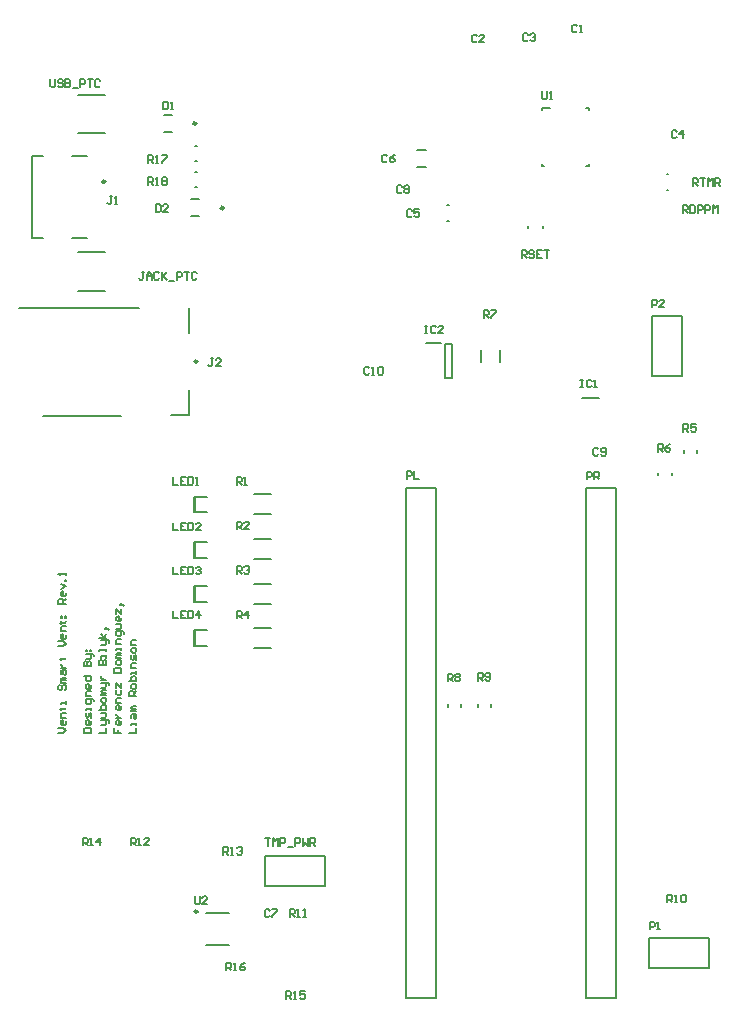
<source format=gto>
G04*
G04 #@! TF.GenerationSoftware,Altium Limited,Altium Designer,19.1.8 (144)*
G04*
G04 Layer_Color=65535*
%FSTAX44Y44*%
%MOMM*%
G71*
G01*
G75*
%ADD10C,0.2500*%
%ADD11C,0.2000*%
%ADD12C,0.1270*%
%ADD13R,0.2040X1.3000*%
D10*
X00132896Y00594868D02*
G03*
X00132896Y00594868I-0000125J0D01*
G01*
X0005493Y00747106D02*
G03*
X0005493Y00747106I-0000125J0D01*
G01*
X00131904Y00796544D02*
G03*
X00131904Y00796544I-0000125J0D01*
G01*
X00155064Y00724916D02*
G03*
X00155064Y00724916I-0000125J0D01*
G01*
X00133076Y00129032D02*
G03*
X00133076Y00129032I-0000125J0D01*
G01*
D11*
X00031454Y00787964D02*
X00054454D01*
X00031454Y00820364D02*
X00054454D01*
X00190246Y0015113D02*
Y0017653D01*
X00241046D01*
Y0015113D02*
Y0017653D01*
X00190246Y0015113D02*
X00241046D01*
X0012962Y00480368D02*
X0014062D01*
X0012962Y00467368D02*
X0014062D01*
X0012962D02*
Y00480368D01*
X00556168Y00517668D02*
Y00519668D01*
X00544668Y00517668D02*
Y00519668D01*
X00373Y0059444D02*
Y0060444D01*
X00389Y0059444D02*
Y0060444D01*
X0042535Y007075D02*
Y007095D01*
X0041285Y007075D02*
Y007095D01*
X00031426Y00654868D02*
X00054426D01*
X00031426Y00687268D02*
X00054426D01*
X00125646Y00549868D02*
Y00570868D01*
X00110146Y00549868D02*
X00125646D01*
X00002286Y00549148D02*
X00068326D01*
X00125646Y00618868D02*
Y00639868D01*
X-00018354D02*
X00083482D01*
X-0000707Y00769106D02*
X0000218D01*
X0002668D02*
X0003923D01*
X-0000707Y00699106D02*
Y00769106D01*
Y00699106D02*
X0000218D01*
X0002668D02*
X0003923D01*
X0032674Y0061057D02*
X0033874D01*
X0034224Y0058057D02*
Y0060957D01*
Y0058057D02*
X0034824D01*
Y0060957D01*
X0034224D02*
X0034824D01*
X00104404Y00803794D02*
X00111404D01*
X00104404Y00789294D02*
X00111404D01*
X00127564Y00732166D02*
X00134564D01*
X00127564Y00717666D02*
X00134564D01*
X00130572Y00755042D02*
X00132572D01*
X00130572Y00742542D02*
X00132572D01*
X0042466Y0080961D02*
X0043151D01*
X0042466Y0080776D02*
Y0080961D01*
X0046416Y0080776D02*
Y0080961D01*
X0046231D02*
X0046416D01*
X0046231Y00760112D02*
X0046416D01*
Y00761962D01*
X00424658Y00760112D02*
X00426508D01*
X00424658D02*
Y00761962D01*
X0031858Y00759326D02*
X0032658D01*
X0031858Y00774326D02*
X0032658D01*
X00530269Y00740261D02*
X00531269D01*
X00530269Y00753261D02*
X00531269D01*
X00344595Y00713849D02*
X00345595D01*
X00344595Y00727349D02*
X00345595D01*
X00517398Y00633476D02*
X00542798D01*
Y00582676D02*
Y00633476D01*
X00517398Y00582676D02*
X00542798D01*
X00517398D02*
Y00633476D01*
X0046228Y0048768D02*
X0048768D01*
Y0005588D02*
Y0048768D01*
X0046228Y0005588D02*
X0048768D01*
X0046228D02*
Y0007493D01*
Y0048768D01*
X0035627Y0030264D02*
Y0030464D01*
X0034477Y0030264D02*
Y0030464D01*
X0038167Y0030264D02*
Y0030464D01*
X0037017Y0030264D02*
Y0030464D01*
X0018071Y00482368D02*
X0019521D01*
X0018071Y00465368D02*
X0019521D01*
X0018071Y0036918D02*
X0019521D01*
X0018071Y0035218D02*
X0019521D01*
X0018071Y00406909D02*
X0019521D01*
X0018071Y00389909D02*
X0019521D01*
X0018071Y00444639D02*
X0019521D01*
X0018071Y00427639D02*
X0019521D01*
X0051562Y0010668D02*
X0056642D01*
X0051562Y0008128D02*
Y0010668D01*
Y0008128D02*
X0056642D01*
Y0010668D01*
X0012962Y0035418D02*
Y0036718D01*
Y0035418D02*
X0014062D01*
X0012962Y0036718D02*
X0014062D01*
X0012962Y00391433D02*
Y00404433D01*
Y00391433D02*
X0014062D01*
X0012962Y00404433D02*
X0014062D01*
X0012962Y00428687D02*
Y00441687D01*
Y00428687D02*
X0014062D01*
X0012962Y00441687D02*
X0014062D01*
X00130694Y00764894D02*
X00132694D01*
X00130694Y00777394D02*
X00132694D01*
X0013986Y0012822D02*
X0015986D01*
X0013986Y0010122D02*
X0015986D01*
X00534578Y00498872D02*
Y00500872D01*
X00523078Y00498872D02*
Y00500872D01*
X0030988Y00075438D02*
Y00488188D01*
Y00056388D02*
Y00075438D01*
Y00056388D02*
X0033528D01*
Y00488188D01*
X0030988D02*
X0033528D01*
X0045868Y0056364D02*
X0047268D01*
D12*
X00015257Y0028067D02*
X00019488D01*
X00021604Y00282786D01*
X00019488Y00284902D01*
X00015257D01*
X00021604Y00290192D02*
Y00288076D01*
X00020546Y00287018D01*
X0001843D01*
X00017372Y00288076D01*
Y00290192D01*
X0001843Y0029125D01*
X00019488D01*
Y00287018D01*
X00021604Y00293366D02*
X00017372D01*
Y0029654D01*
X0001843Y00297598D01*
X00021604D01*
X00016314Y00300772D02*
X00017372D01*
Y00299714D01*
Y0030183D01*
Y00300772D01*
X00020546D01*
X00021604Y0030183D01*
Y00305004D02*
Y0030712D01*
Y00306062D01*
X00017372D01*
Y00305004D01*
X00016314Y00320874D02*
X00015257Y00319816D01*
Y003177D01*
X00016314Y00316642D01*
X00017372D01*
X0001843Y003177D01*
Y00319816D01*
X00019488Y00320874D01*
X00020546D01*
X00021604Y00319816D01*
Y003177D01*
X00020546Y00316642D01*
X00021604Y0032299D02*
X00017372D01*
Y00324048D01*
X0001843Y00325106D01*
X00021604D01*
X0001843D01*
X00017372Y00326164D01*
X0001843Y00327222D01*
X00021604D01*
X00017372Y00330396D02*
Y00332512D01*
X0001843Y00333569D01*
X00021604D01*
Y00330396D01*
X00020546Y00329338D01*
X00019488Y00330396D01*
Y00333569D01*
X00017372Y00335686D02*
X00021604D01*
X00019488D01*
X0001843Y00336744D01*
X00017372Y00337802D01*
Y00338859D01*
X00016314Y00343091D02*
X00017372D01*
Y00342034D01*
Y00344149D01*
Y00343091D01*
X00020546D01*
X00021604Y00344149D01*
X00015257Y00353671D02*
X00019488D01*
X00021604Y00355787D01*
X00019488Y00357903D01*
X00015257D01*
X00021604Y00363193D02*
Y00361077D01*
X00020546Y00360019D01*
X0001843D01*
X00017372Y00361077D01*
Y00363193D01*
X0001843Y00364251D01*
X00019488D01*
Y00360019D01*
X00021604Y00366367D02*
X00017372D01*
Y00369541D01*
X0001843Y00370599D01*
X00021604D01*
X00016314Y00373773D02*
X00017372D01*
Y00372715D01*
Y00374831D01*
Y00373773D01*
X00020546D01*
X00021604Y00374831D01*
X00017372Y00378005D02*
Y00379063D01*
X0001843D01*
Y00378005D01*
X00017372D01*
X00020546D02*
Y00379063D01*
X00021604D01*
Y00378005D01*
X00020546D01*
X00021604Y00389643D02*
X00015257D01*
Y00392817D01*
X00016314Y00393875D01*
X0001843D01*
X00019488Y00392817D01*
Y00389643D01*
Y00391759D02*
X00021604Y00393875D01*
Y00399165D02*
Y00397049D01*
X00020546Y00395991D01*
X0001843D01*
X00017372Y00397049D01*
Y00399165D01*
X0001843Y00400223D01*
X00019488D01*
Y00395991D01*
X00017372Y00402339D02*
X00021604Y00404455D01*
X00017372Y00406571D01*
X00021604Y00408687D02*
X00020546D01*
Y00409745D01*
X00021604D01*
Y00408687D01*
Y00413977D02*
Y00416093D01*
Y00415035D01*
X00015257D01*
X00016314Y00413977D01*
X00036588Y0028067D02*
X00042936D01*
Y00283844D01*
X00041877Y00284902D01*
X00037645D01*
X00036588Y00283844D01*
Y0028067D01*
X00042936Y00290192D02*
Y00288076D01*
X00041877Y00287018D01*
X00039762D01*
X00038703Y00288076D01*
Y00290192D01*
X00039762Y0029125D01*
X0004082D01*
Y00287018D01*
X00042936Y00293366D02*
Y0029654D01*
X00041877Y00297598D01*
X0004082Y0029654D01*
Y00294424D01*
X00039762Y00293366D01*
X00038703Y00294424D01*
Y00297598D01*
X00042936Y00299714D02*
Y0030183D01*
Y00300772D01*
X00038703D01*
Y00299714D01*
X00045051Y0030712D02*
Y00308178D01*
X00043994Y00309236D01*
X00038703D01*
Y00306062D01*
X00039762Y00305004D01*
X00041877D01*
X00042936Y00306062D01*
Y00309236D01*
Y00311352D02*
X00038703D01*
Y00314526D01*
X00039762Y00315584D01*
X00042936D01*
Y00320874D02*
Y00318758D01*
X00041877Y003177D01*
X00039762D01*
X00038703Y00318758D01*
Y00320874D01*
X00039762Y00321932D01*
X0004082D01*
Y003177D01*
X00036588Y0032828D02*
X00042936D01*
Y00325106D01*
X00041877Y00324048D01*
X00039762D01*
X00038703Y00325106D01*
Y0032828D01*
X00036588Y00336744D02*
X00042936D01*
Y00339917D01*
X00041877Y00340975D01*
X0004082D01*
X00039762Y00339917D01*
Y00336744D01*
Y00339917D01*
X00038703Y00340975D01*
X00037645D01*
X00036588Y00339917D01*
Y00336744D01*
X00038703Y00343091D02*
X00041877D01*
X00042936Y00344149D01*
Y00347323D01*
X00043994D01*
X00045051Y00346265D01*
Y00345207D01*
X00042936Y00347323D02*
X00038703D01*
Y00349439D02*
Y00350497D01*
X00039762D01*
Y00349439D01*
X00038703D01*
X00041877D02*
Y00350497D01*
X00042936D01*
Y00349439D01*
X00041877D01*
X00049369Y0028067D02*
X00055717D01*
Y00284902D01*
X00051485Y00287018D02*
X00054659D01*
X00055717Y00288076D01*
Y0029125D01*
X00056775D01*
X00057833Y00290192D01*
Y00289134D01*
X00055717Y0029125D02*
X00051485D01*
Y00293366D02*
X00054659D01*
X00055717Y00294424D01*
Y00297598D01*
X00051485D01*
X00049369Y00299714D02*
X00055717D01*
Y00302888D01*
X00054659Y00303946D01*
X00053601D01*
X00052543D01*
X00051485Y00302888D01*
Y00299714D01*
X00055717Y0030712D02*
Y00309236D01*
X00054659Y00310294D01*
X00052543D01*
X00051485Y00309236D01*
Y0030712D01*
X00052543Y00306062D01*
X00054659D01*
X00055717Y0030712D01*
Y0031241D02*
X00051485D01*
Y00313468D01*
X00052543Y00314526D01*
X00055717D01*
X00052543D01*
X00051485Y00315584D01*
X00052543Y00316642D01*
X00055717D01*
X00051485Y00318758D02*
X00054659D01*
X00055717Y00319816D01*
Y0032299D01*
X00056775D01*
X00057833Y00321932D01*
Y00320874D01*
X00055717Y0032299D02*
X00051485D01*
Y00325106D02*
X00055717D01*
X00053601D01*
X00052543Y00326164D01*
X00051485Y00327222D01*
Y0032828D01*
X00049369Y00337802D02*
X00055717D01*
Y00340975D01*
X00054659Y00342034D01*
X00053601D01*
X00052543Y00340975D01*
Y00337802D01*
Y00340975D01*
X00051485Y00342034D01*
X00050427D01*
X00049369Y00340975D01*
Y00337802D01*
X00055717Y00344149D02*
Y00346265D01*
Y00345207D01*
X00051485D01*
Y00344149D01*
X00055717Y00349439D02*
Y00351555D01*
Y00350497D01*
X00049369D01*
Y00349439D01*
X00051485Y00354729D02*
X00054659D01*
X00055717Y00355787D01*
Y00358961D01*
X00056775D01*
X00057833Y00357903D01*
Y00356845D01*
X00055717Y00358961D02*
X00051485D01*
X00055717Y00361077D02*
X00049369D01*
X00053601D02*
X00051485Y00364251D01*
X00053601Y00361077D02*
X00055717Y00364251D01*
X00056775Y00368483D02*
X00055717Y00369541D01*
X00054659D01*
Y00368483D01*
X00055717D01*
Y00369541D01*
X00056775Y00368483D01*
X00057833Y00367425D01*
X00062151Y00284902D02*
Y0028067D01*
X00065325D01*
Y00282786D01*
Y0028067D01*
X00068499D01*
Y00290192D02*
Y00288076D01*
X00067441Y00287018D01*
X00065325D01*
X00064267Y00288076D01*
Y00290192D01*
X00065325Y0029125D01*
X00066382D01*
Y00287018D01*
X00064267Y00293366D02*
X00068499D01*
X00066382D01*
X00065325Y00294424D01*
X00064267Y00295482D01*
Y0029654D01*
X00068499Y00302888D02*
Y00300772D01*
X00067441Y00299714D01*
X00065325D01*
X00064267Y00300772D01*
Y00302888D01*
X00065325Y00303946D01*
X00066382D01*
Y00299714D01*
X00068499Y00306062D02*
X00064267D01*
Y00309236D01*
X00065325Y00310294D01*
X00068499D01*
X00064267Y00316642D02*
Y00313468D01*
X00065325Y0031241D01*
X00067441D01*
X00068499Y00313468D01*
Y00316642D01*
X00064267Y00318758D02*
Y0032299D01*
X00068499Y00318758D01*
Y0032299D01*
X00062151Y00331454D02*
X00068499D01*
Y00334627D01*
X00067441Y00335686D01*
X00063208D01*
X00062151Y00334627D01*
Y00331454D01*
X00068499Y00338859D02*
Y00340975D01*
X00067441Y00342034D01*
X00065325D01*
X00064267Y00340975D01*
Y00338859D01*
X00065325Y00337802D01*
X00067441D01*
X00068499Y00338859D01*
Y00344149D02*
X00064267D01*
Y00345207D01*
X00065325Y00346265D01*
X00068499D01*
X00065325D01*
X00064267Y00347323D01*
X00065325Y00348381D01*
X00068499D01*
Y00350497D02*
Y00352613D01*
Y00351555D01*
X00064267D01*
Y00350497D01*
X00068499Y00355787D02*
X00064267D01*
Y00358961D01*
X00065325Y00360019D01*
X00068499D01*
X00070615Y00364251D02*
Y00365309D01*
X00069556Y00366367D01*
X00064267D01*
Y00363193D01*
X00065325Y00362135D01*
X00067441D01*
X00068499Y00363193D01*
Y00366367D01*
X00064267Y00368483D02*
X00067441D01*
X00068499Y00369541D01*
Y00372715D01*
X00064267D01*
X00068499Y00378005D02*
Y00375889D01*
X00067441Y00374831D01*
X00065325D01*
X00064267Y00375889D01*
Y00378005D01*
X00065325Y00379063D01*
X00066382D01*
Y00374831D01*
X00064267Y00381179D02*
Y00385411D01*
X00068499Y00381179D01*
Y00385411D01*
X00069556Y00388585D02*
X00068499Y00389643D01*
X00067441D01*
Y00388585D01*
X00068499D01*
Y00389643D01*
X00069556Y00388585D01*
X00070615Y00387527D01*
X00074932Y0028067D02*
X0008128D01*
Y00284902D01*
Y00287018D02*
Y00289134D01*
Y00288076D01*
X00077048D01*
Y00287018D01*
Y00293366D02*
Y00295482D01*
X00078106Y0029654D01*
X0008128D01*
Y00293366D01*
X00080222Y00292308D01*
X00079164Y00293366D01*
Y0029654D01*
X0008128Y00298656D02*
X00077048D01*
Y00299714D01*
X00078106Y00300772D01*
X0008128D01*
X00078106D01*
X00077048Y0030183D01*
X00078106Y00302888D01*
X0008128D01*
Y00311352D02*
X00074932D01*
Y00314526D01*
X0007599Y00315584D01*
X00078106D01*
X00079164Y00314526D01*
Y00311352D01*
Y00313468D02*
X0008128Y00315584D01*
Y00318758D02*
Y00320874D01*
X00080222Y00321932D01*
X00078106D01*
X00077048Y00320874D01*
Y00318758D01*
X00078106Y003177D01*
X00080222D01*
X0008128Y00318758D01*
X00074932Y00324048D02*
X0008128D01*
Y00327222D01*
X00080222Y0032828D01*
X00079164D01*
X00078106D01*
X00077048Y00327222D01*
Y00324048D01*
X0008128Y00330396D02*
Y00332511D01*
Y00331454D01*
X00077048D01*
Y00330396D01*
X0008128Y00335686D02*
X00077048D01*
Y00338859D01*
X00078106Y00339917D01*
X0008128D01*
Y00342034D02*
Y00345207D01*
X00080222Y00346265D01*
X00079164Y00345207D01*
Y00343091D01*
X00078106Y00342034D01*
X00077048Y00343091D01*
Y00346265D01*
X0008128Y00349439D02*
Y00351555D01*
X00080222Y00352613D01*
X00078106D01*
X00077048Y00351555D01*
Y00349439D01*
X00078106Y00348381D01*
X00080222D01*
X0008128Y00349439D01*
Y00354729D02*
X00077048D01*
Y00357903D01*
X00078106Y00358961D01*
X0008128D01*
X00278491Y0058911D02*
X00277433Y00590168D01*
X00275317D01*
X00274259Y0058911D01*
Y00584878D01*
X00275317Y0058382D01*
X00277433D01*
X00278491Y00584878D01*
X00280607Y0058382D02*
X00282723D01*
X00281665D01*
Y00590168D01*
X00280607Y0058911D01*
X00285897D02*
X00286955Y00590168D01*
X00289071D01*
X00290129Y0058911D01*
Y00584878D01*
X00289071Y0058382D01*
X00286955D01*
X00285897Y00584878D01*
Y0058911D01*
X00472398Y0052053D02*
X0047134Y00521588D01*
X00469224D01*
X00468166Y0052053D01*
Y00516298D01*
X00469224Y0051524D01*
X0047134D01*
X00472398Y00516298D01*
X00474514D02*
X00475572Y0051524D01*
X00477688D01*
X00478746Y00516298D01*
Y0052053D01*
X00477688Y00521588D01*
X00475572D01*
X00474514Y0052053D01*
Y00519472D01*
X00475572Y00518414D01*
X00478746D01*
X00008304Y00833775D02*
Y00828485D01*
X00009362Y00827427D01*
X00011478D01*
X00012536Y00828485D01*
Y00833775D01*
X00018884Y00832717D02*
X00017826Y00833775D01*
X0001571D01*
X00014652Y00832717D01*
Y00831659D01*
X0001571Y00830601D01*
X00017826D01*
X00018884Y00829543D01*
Y00828485D01*
X00017826Y00827427D01*
X0001571D01*
X00014652Y00828485D01*
X00021Y00833775D02*
Y00827427D01*
X00024174D01*
X00025232Y00828485D01*
Y00829543D01*
X00024174Y00830601D01*
X00021D01*
X00024174D01*
X00025232Y00831659D01*
Y00832717D01*
X00024174Y00833775D01*
X00021D01*
X00027348Y00826369D02*
X0003158D01*
X00033696Y00827427D02*
Y00833775D01*
X0003687D01*
X00037928Y00832717D01*
Y00830601D01*
X0003687Y00829543D01*
X00033696D01*
X00040044Y00833775D02*
X00044276D01*
X0004216D01*
Y00827427D01*
X00050624Y00832717D02*
X00049566Y00833775D01*
X0004745D01*
X00046392Y00832717D01*
Y00828485D01*
X0004745Y00827427D01*
X00049566D01*
X00050624Y00828485D01*
X0013081Y00141984D02*
Y00136694D01*
X00131868Y00135636D01*
X00133984D01*
X00135042Y00136694D01*
Y00141984D01*
X0014139Y00135636D02*
X00137158D01*
X0014139Y00139868D01*
Y00140926D01*
X00140332Y00141984D01*
X00138216D01*
X00137158Y00140926D01*
X00424724Y00823594D02*
Y00818304D01*
X00425782Y00817246D01*
X00427898D01*
X00428956Y00818304D01*
Y00823594D01*
X00431072Y00817246D02*
X00433188D01*
X0043213D01*
Y00823594D01*
X00431072Y00822536D01*
X001905Y0019126D02*
X00194732D01*
X00192616D01*
Y00184912D01*
X00196848D02*
Y0019126D01*
X00198964Y00189144D01*
X0020108Y0019126D01*
Y00184912D01*
X00203196D02*
Y0019126D01*
X0020637D01*
X00207428Y00190202D01*
Y00188086D01*
X0020637Y00187028D01*
X00203196D01*
X00209544Y00183854D02*
X00213776D01*
X00215892Y00184912D02*
Y0019126D01*
X00219066D01*
X00220124Y00190202D01*
Y00188086D01*
X00219066Y00187028D01*
X00215892D01*
X0022224Y0019126D02*
Y00184912D01*
X00224356Y00187028D01*
X00226472Y00184912D01*
Y0019126D01*
X00228588Y00184912D02*
Y0019126D01*
X00231762D01*
X0023282Y00190202D01*
Y00188086D01*
X00231762Y00187028D01*
X00228588D01*
X00230704D02*
X0023282Y00184912D01*
X00552151Y00743587D02*
Y00749935D01*
X00555325D01*
X00556383Y00748877D01*
Y00746761D01*
X00555325Y00745703D01*
X00552151D01*
X00554267D02*
X00556383Y00743587D01*
X00558499Y00749935D02*
X00562731D01*
X00560615D01*
Y00743587D01*
X00564847D02*
Y00749935D01*
X00566963Y00747819D01*
X00569079Y00749935D01*
Y00743587D01*
X00571195D02*
Y00749935D01*
X00574369D01*
X00575427Y00748877D01*
Y00746761D01*
X00574369Y00745703D01*
X00571195D01*
X00573311D02*
X00575427Y00743587D01*
X00407462Y00682626D02*
Y00688974D01*
X00410636D01*
X00411694Y00687916D01*
Y006858D01*
X00410636Y00684742D01*
X00407462D01*
X00409578D02*
X00411694Y00682626D01*
X00418042Y00687916D02*
X00416984Y00688974D01*
X00414868D01*
X0041381Y00687916D01*
Y00686858D01*
X00414868Y006858D01*
X00416984D01*
X00418042Y00684742D01*
Y00683684D01*
X00416984Y00682626D01*
X00414868D01*
X0041381Y00683684D01*
X0042439Y00688974D02*
X00420158D01*
Y00682626D01*
X0042439D01*
X00420158Y006858D02*
X00422274D01*
X00426506Y00688974D02*
X00430738D01*
X00428622D01*
Y00682626D01*
X00543777Y00720727D02*
Y00727075D01*
X00546951D01*
X00548009Y00726017D01*
Y00723901D01*
X00546951Y00722843D01*
X00543777D01*
X00545893D02*
X00548009Y00720727D01*
X00550125Y00727075D02*
Y00720727D01*
X00553299D01*
X00554357Y00721785D01*
Y00726017D01*
X00553299Y00727075D01*
X00550125D01*
X00556473Y00720727D02*
Y00727075D01*
X00559647D01*
X00560705Y00726017D01*
Y00723901D01*
X00559647Y00722843D01*
X00556473D01*
X00562821Y00720727D02*
Y00727075D01*
X00565995D01*
X00567053Y00726017D01*
Y00723901D01*
X00565995Y00722843D01*
X00562821D01*
X00569169Y00720727D02*
Y00727075D01*
X00571285Y00724959D01*
X00573401Y00727075D01*
Y00720727D01*
X00091379Y00744348D02*
Y00750696D01*
X00094553D01*
X00095611Y00749638D01*
Y00747522D01*
X00094553Y00746464D01*
X00091379D01*
X00093495D02*
X00095611Y00744348D01*
X00097727D02*
X00099843D01*
X00098785D01*
Y00750696D01*
X00097727Y00749638D01*
X00103017D02*
X00104075Y00750696D01*
X00106191D01*
X00107249Y00749638D01*
Y0074858D01*
X00106191Y00747522D01*
X00107249Y00746464D01*
Y00745406D01*
X00106191Y00744348D01*
X00104075D01*
X00103017Y00745406D01*
Y00746464D01*
X00104075Y00747522D01*
X00103017Y0074858D01*
Y00749638D01*
X00104075Y00747522D02*
X00106191D01*
X00091379Y00763144D02*
Y00769492D01*
X00094553D01*
X00095611Y00768434D01*
Y00766318D01*
X00094553Y0076526D01*
X00091379D01*
X00093495D02*
X00095611Y00763144D01*
X00097727D02*
X00099843D01*
X00098785D01*
Y00769492D01*
X00097727Y00768434D01*
X00103017Y00769492D02*
X00107249D01*
Y00768434D01*
X00103017Y00764202D01*
Y00763144D01*
X00157165Y00079376D02*
Y00085724D01*
X00160339D01*
X00161397Y00084666D01*
Y0008255D01*
X00160339Y00081492D01*
X00157165D01*
X00159281D02*
X00161397Y00079376D01*
X00163513D02*
X00165629D01*
X00164571D01*
Y00085724D01*
X00163513Y00084666D01*
X00173035Y00085724D02*
X00170919Y00084666D01*
X00168803Y0008255D01*
Y00080434D01*
X00169861Y00079376D01*
X00171977D01*
X00173035Y00080434D01*
Y00081492D01*
X00171977Y0008255D01*
X00168803D01*
X00207965Y00055246D02*
Y00061594D01*
X00211139D01*
X00212197Y00060536D01*
Y0005842D01*
X00211139Y00057362D01*
X00207965D01*
X00210081D02*
X00212197Y00055246D01*
X00214313D02*
X00216429D01*
X00215371D01*
Y00061594D01*
X00214313Y00060536D01*
X00223835Y00061594D02*
X00219603D01*
Y0005842D01*
X00221719Y00059478D01*
X00222777D01*
X00223835Y0005842D01*
Y00056304D01*
X00222777Y00055246D01*
X00220661D01*
X00219603Y00056304D01*
X00035814Y00185166D02*
Y00191514D01*
X00038988D01*
X00040046Y00190456D01*
Y0018834D01*
X00038988Y00187282D01*
X00035814D01*
X0003793D02*
X00040046Y00185166D01*
X00042162D02*
X00044278D01*
X0004322D01*
Y00191514D01*
X00042162Y00190456D01*
X00050626Y00185166D02*
Y00191514D01*
X00047452Y0018834D01*
X00051684D01*
X0015494Y00177292D02*
Y0018364D01*
X00158114D01*
X00159172Y00182582D01*
Y00180466D01*
X00158114Y00179408D01*
X0015494D01*
X00157056D02*
X00159172Y00177292D01*
X00161288D02*
X00163404D01*
X00162346D01*
Y0018364D01*
X00161288Y00182582D01*
X00166578D02*
X00167636Y0018364D01*
X00169752D01*
X0017081Y00182582D01*
Y00181524D01*
X00169752Y00180466D01*
X00168694D01*
X00169752D01*
X0017081Y00179408D01*
Y0017835D01*
X00169752Y00177292D01*
X00167636D01*
X00166578Y0017835D01*
X00076454Y00185166D02*
Y00191514D01*
X00079628D01*
X00080686Y00190456D01*
Y0018834D01*
X00079628Y00187282D01*
X00076454D01*
X0007857D02*
X00080686Y00185166D01*
X00082802D02*
X00084918D01*
X0008386D01*
Y00191514D01*
X00082802Y00190456D01*
X00092324Y00185166D02*
X00088092D01*
X00092324Y00189398D01*
Y00190456D01*
X00091266Y00191514D01*
X0008915D01*
X00088092Y00190456D01*
X00211074Y00124873D02*
Y00131221D01*
X00214248D01*
X00215306Y00130163D01*
Y00128047D01*
X00214248Y00126989D01*
X00211074D01*
X0021319D02*
X00215306Y00124873D01*
X00217422D02*
X00219538D01*
X0021848D01*
Y00131221D01*
X00217422Y00130163D01*
X00222712Y00124873D02*
X00224828D01*
X0022377D01*
Y00131221D01*
X00222712Y00130163D01*
X00530857Y00137033D02*
Y00143381D01*
X00534031D01*
X00535089Y00142323D01*
Y00140207D01*
X00534031Y00139149D01*
X00530857D01*
X00532973D02*
X00535089Y00137033D01*
X00537205D02*
X00539321D01*
X00538263D01*
Y00143381D01*
X00537205Y00142323D01*
X00542495D02*
X00543553Y00143381D01*
X00545669D01*
X00546727Y00142323D01*
Y00138091D01*
X00545669Y00137033D01*
X00543553D01*
X00542495Y00138091D01*
Y00142323D01*
X00370376Y0032474D02*
Y00331088D01*
X0037355D01*
X00374608Y0033003D01*
Y00327914D01*
X0037355Y00326856D01*
X00370376D01*
X00372492D02*
X00374608Y0032474D01*
X00376724Y00325798D02*
X00377782Y0032474D01*
X00379898D01*
X00380956Y00325798D01*
Y0033003D01*
X00379898Y00331088D01*
X00377782D01*
X00376724Y0033003D01*
Y00328972D01*
X00377782Y00327914D01*
X00380956D01*
X00344722Y00324232D02*
Y0033058D01*
X00347896D01*
X00348954Y00329522D01*
Y00327406D01*
X00347896Y00326348D01*
X00344722D01*
X00346838D02*
X00348954Y00324232D01*
X0035107Y00329522D02*
X00352128Y0033058D01*
X00354244D01*
X00355302Y00329522D01*
Y00328464D01*
X00354244Y00327406D01*
X00355302Y00326348D01*
Y0032529D01*
X00354244Y00324232D01*
X00352128D01*
X0035107Y0032529D01*
Y00326348D01*
X00352128Y00327406D01*
X0035107Y00328464D01*
Y00329522D01*
X00352128Y00327406D02*
X00354244D01*
X00375202Y00631826D02*
Y00638174D01*
X00378376D01*
X00379434Y00637116D01*
Y00635D01*
X00378376Y00633942D01*
X00375202D01*
X00377318D02*
X00379434Y00631826D01*
X0038155Y00638174D02*
X00385782D01*
Y00637116D01*
X0038155Y00632884D01*
Y00631826D01*
X00522776Y00518542D02*
Y0052489D01*
X0052595D01*
X00527008Y00523832D01*
Y00521716D01*
X0052595Y00520658D01*
X00522776D01*
X00524892D02*
X00527008Y00518542D01*
X00533356Y0052489D02*
X0053124Y00523832D01*
X00529124Y00521716D01*
Y005196D01*
X00530182Y00518542D01*
X00532298D01*
X00533356Y005196D01*
Y00520658D01*
X00532298Y00521716D01*
X00529124D01*
X00544366Y0053556D02*
Y00541908D01*
X0054754D01*
X00548598Y0054085D01*
Y00538734D01*
X0054754Y00537676D01*
X00544366D01*
X00546482D02*
X00548598Y0053556D01*
X00554946Y00541908D02*
X00550714D01*
Y00538734D01*
X0055283Y00539792D01*
X00553888D01*
X00554946Y00538734D01*
Y00536618D01*
X00553888Y0053556D01*
X00551772D01*
X00550714Y00536618D01*
X00166116Y00377444D02*
Y00383792D01*
X0016929D01*
X00170348Y00382734D01*
Y00380618D01*
X0016929Y0037956D01*
X00166116D01*
X00168232D02*
X00170348Y00377444D01*
X00175638D02*
Y00383792D01*
X00172464Y00380618D01*
X00176696D01*
X00166116Y0041529D02*
Y00421638D01*
X0016929D01*
X00170348Y0042058D01*
Y00418464D01*
X0016929Y00417406D01*
X00166116D01*
X00168232D02*
X00170348Y0041529D01*
X00172464Y0042058D02*
X00173522Y00421638D01*
X00175638D01*
X00176696Y0042058D01*
Y00419522D01*
X00175638Y00418464D01*
X0017458D01*
X00175638D01*
X00176696Y00417406D01*
Y00416348D01*
X00175638Y0041529D01*
X00173522D01*
X00172464Y00416348D01*
X00166116Y00452882D02*
Y0045923D01*
X0016929D01*
X00170348Y00458172D01*
Y00456056D01*
X0016929Y00454998D01*
X00166116D01*
X00168232D02*
X00170348Y00452882D01*
X00176696D02*
X00172464D01*
X00176696Y00457114D01*
Y00458172D01*
X00175638Y0045923D01*
X00173522D01*
X00172464Y00458172D01*
X00166116Y00490728D02*
Y00497076D01*
X0016929D01*
X00170348Y00496018D01*
Y00493902D01*
X0016929Y00492844D01*
X00166116D01*
X00168232D02*
X00170348Y00490728D01*
X00172464D02*
X0017458D01*
X00173522D01*
Y00497076D01*
X00172464Y00496018D01*
X00462534Y00495046D02*
Y00501394D01*
X00465708D01*
X00466766Y00500336D01*
Y0049822D01*
X00465708Y00497162D01*
X00462534D01*
X00468882Y00495046D02*
Y00501394D01*
X00472056D01*
X00473114Y00500336D01*
Y0049822D01*
X00472056Y00497162D01*
X00468882D01*
X00470998D02*
X00473114Y00495046D01*
X00310134Y00495554D02*
Y00501902D01*
X00313308D01*
X00314366Y00500844D01*
Y00498728D01*
X00313308Y0049767D01*
X00310134D01*
X00316482Y00501902D02*
Y00495554D01*
X00320714D01*
X00517652Y00640842D02*
Y0064719D01*
X00520826D01*
X00521884Y00646132D01*
Y00644016D01*
X00520826Y00642958D01*
X00517652D01*
X00528232Y00640842D02*
X00524D01*
X00528232Y00645074D01*
Y00646132D01*
X00527174Y0064719D01*
X00525058D01*
X00524Y00646132D01*
X00515874Y00114046D02*
Y00120394D01*
X00519048D01*
X00520106Y00119336D01*
Y0011722D01*
X00519048Y00116162D01*
X00515874D01*
X00522222Y00114046D02*
X00524338D01*
X0052328D01*
Y00120394D01*
X00522222Y00119336D01*
X00112268Y00383792D02*
Y00377444D01*
X001165D01*
X00122848Y00383792D02*
X00118616D01*
Y00377444D01*
X00122848D01*
X00118616Y00380618D02*
X00120732D01*
X00124964Y00383792D02*
Y00377444D01*
X00128138D01*
X00129196Y00378502D01*
Y00382734D01*
X00128138Y00383792D01*
X00124964D01*
X00134486Y00377444D02*
Y00383792D01*
X00131312Y00380618D01*
X00135544D01*
X00112268Y0042113D02*
Y00414782D01*
X001165D01*
X00122848Y0042113D02*
X00118616D01*
Y00414782D01*
X00122848D01*
X00118616Y00417956D02*
X00120732D01*
X00124964Y0042113D02*
Y00414782D01*
X00128138D01*
X00129196Y0041584D01*
Y00420072D01*
X00128138Y0042113D01*
X00124964D01*
X00131312Y00420072D02*
X0013237Y0042113D01*
X00134486D01*
X00135544Y00420072D01*
Y00419014D01*
X00134486Y00417956D01*
X00133428D01*
X00134486D01*
X00135544Y00416898D01*
Y0041584D01*
X00134486Y00414782D01*
X0013237D01*
X00131312Y0041584D01*
X00112268Y00458468D02*
Y0045212D01*
X001165D01*
X00122848Y00458468D02*
X00118616D01*
Y0045212D01*
X00122848D01*
X00118616Y00455294D02*
X00120732D01*
X00124964Y00458468D02*
Y0045212D01*
X00128138D01*
X00129196Y00453178D01*
Y0045741D01*
X00128138Y00458468D01*
X00124964D01*
X00135544Y0045212D02*
X00131312D01*
X00135544Y00456352D01*
Y0045741D01*
X00134486Y00458468D01*
X0013237D01*
X00131312Y0045741D01*
X00112268Y00497076D02*
Y00490728D01*
X001165D01*
X00122848Y00497076D02*
X00118616D01*
Y00490728D01*
X00122848D01*
X00118616Y00493902D02*
X00120732D01*
X00124964Y00497076D02*
Y00490728D01*
X00128138D01*
X00129196Y00491786D01*
Y00496018D01*
X00128138Y00497076D01*
X00124964D01*
X00131312Y00490728D02*
X00133428D01*
X0013237D01*
Y00497076D01*
X00131312Y00496018D01*
X00087848Y00670453D02*
X00085732D01*
X0008679D01*
Y00665163D01*
X00085732Y00664105D01*
X00084674D01*
X00083616Y00665163D01*
X00089964Y00664105D02*
Y00668337D01*
X0009208Y00670453D01*
X00094196Y00668337D01*
Y00664105D01*
Y00667279D01*
X00089964D01*
X00100544Y00669395D02*
X00099486Y00670453D01*
X0009737D01*
X00096312Y00669395D01*
Y00665163D01*
X0009737Y00664105D01*
X00099486D01*
X00100544Y00665163D01*
X0010266Y00670453D02*
Y00664105D01*
Y00666221D01*
X00106892Y00670453D01*
X00103718Y00667279D01*
X00106892Y00664105D01*
X00109008Y00663047D02*
X0011324D01*
X00115356Y00664105D02*
Y00670453D01*
X0011853D01*
X00119588Y00669395D01*
Y00667279D01*
X0011853Y00666221D01*
X00115356D01*
X00121704Y00670453D02*
X00125936D01*
X0012382D01*
Y00664105D01*
X00132284Y00669395D02*
X00131226Y00670453D01*
X0012911D01*
X00128052Y00669395D01*
Y00665163D01*
X0012911Y00664105D01*
X00131226D01*
X00132284Y00665163D01*
X00146262Y00597534D02*
X00144146D01*
X00145204D01*
Y00592244D01*
X00144146Y00591186D01*
X00143088D01*
X0014203Y00592244D01*
X0015261Y00591186D02*
X00148378D01*
X0015261Y00595418D01*
Y00596476D01*
X00151552Y00597534D01*
X00149436D01*
X00148378Y00596476D01*
X0006096Y00734694D02*
X00058844D01*
X00059902D01*
Y00729404D01*
X00058844Y00728346D01*
X00057786D01*
X00056728Y00729404D01*
X00063076Y00728346D02*
X00065192D01*
X00064134D01*
Y00734694D01*
X00063076Y00733636D01*
X00325301Y00625167D02*
X00327417D01*
X00326359D01*
Y00618819D01*
X00325301D01*
X00327417D01*
X00334823Y00624109D02*
X00333765Y00625167D01*
X00331649D01*
X00330591Y00624109D01*
Y00619877D01*
X00331649Y00618819D01*
X00333765D01*
X00334823Y00619877D01*
X00341171Y00618819D02*
X00336939D01*
X00341171Y00623051D01*
Y00624109D01*
X00340113Y00625167D01*
X00337997D01*
X00336939Y00624109D01*
X004572Y00579626D02*
X00459316D01*
X00458258D01*
Y00573278D01*
X004572D01*
X00459316D01*
X00466722Y00578568D02*
X00465664Y00579626D01*
X00463548D01*
X0046249Y00578568D01*
Y00574336D01*
X00463548Y00573278D01*
X00465664D01*
X00466722Y00574336D01*
X00468838Y00573278D02*
X00470954D01*
X00469896D01*
Y00579626D01*
X00468838Y00578568D01*
X0009758Y00727836D02*
Y00721488D01*
X00100754D01*
X00101812Y00722546D01*
Y00726778D01*
X00100754Y00727836D01*
X0009758D01*
X0010816Y00721488D02*
X00103928D01*
X0010816Y0072572D01*
Y00726778D01*
X00107102Y00727836D01*
X00104986D01*
X00103928Y00726778D01*
X00103972Y00814704D02*
Y00808356D01*
X00107146D01*
X00108204Y00809414D01*
Y00813646D01*
X00107146Y00814704D01*
X00103972D01*
X0011032Y00808356D02*
X00112436D01*
X00111378D01*
Y00814704D01*
X0011032Y00813646D01*
X00305937Y00743035D02*
X00304879Y00744093D01*
X00302763D01*
X00301705Y00743035D01*
Y00738803D01*
X00302763Y00737745D01*
X00304879D01*
X00305937Y00738803D01*
X00308053Y00743035D02*
X00309111Y00744093D01*
X00311227D01*
X00312285Y00743035D01*
Y00741977D01*
X00311227Y00740919D01*
X00312285Y00739861D01*
Y00738803D01*
X00311227Y00737745D01*
X00309111D01*
X00308053Y00738803D01*
Y00739861D01*
X00309111Y00740919D01*
X00308053Y00741977D01*
Y00743035D01*
X00309111Y00740919D02*
X00311227D01*
X00193959Y00130033D02*
X00192901Y00131091D01*
X00190785D01*
X00189727Y00130033D01*
Y00125801D01*
X00190785Y00124743D01*
X00192901D01*
X00193959Y00125801D01*
X00196075Y00131091D02*
X00200307D01*
Y00130033D01*
X00196075Y00125801D01*
Y00124743D01*
X00293582Y00768942D02*
X00292524Y0077D01*
X00290408D01*
X0028935Y00768942D01*
Y0076471D01*
X00290408Y00763652D01*
X00292524D01*
X00293582Y0076471D01*
X0029993Y0077D02*
X00297814Y00768942D01*
X00295698Y00766826D01*
Y0076471D01*
X00296756Y00763652D01*
X00298872D01*
X0029993Y0076471D01*
Y00765768D01*
X00298872Y00766826D01*
X00295698D01*
X0031441Y00722714D02*
X00313352Y00723772D01*
X00311236D01*
X00310178Y00722714D01*
Y00718482D01*
X00311236Y00717424D01*
X00313352D01*
X0031441Y00718482D01*
X00320758Y00723772D02*
X00316526D01*
Y00720598D01*
X00318642Y00721656D01*
X003197D01*
X00320758Y00720598D01*
Y00718482D01*
X003197Y00717424D01*
X00317584D01*
X00316526Y00718482D01*
X00538692Y00789516D02*
X00537634Y00790574D01*
X00535518D01*
X0053446Y00789516D01*
Y00785284D01*
X00535518Y00784226D01*
X00537634D01*
X00538692Y00785284D01*
X00543982Y00784226D02*
Y00790574D01*
X00540808Y007874D01*
X0054504D01*
X00412708Y00871558D02*
X0041165Y00872616D01*
X00409534D01*
X00408476Y00871558D01*
Y00867326D01*
X00409534Y00866268D01*
X0041165D01*
X00412708Y00867326D01*
X00414824Y00871558D02*
X00415882Y00872616D01*
X00417998D01*
X00419056Y00871558D01*
Y008705D01*
X00417998Y00869442D01*
X0041694D01*
X00417998D01*
X00419056Y00868384D01*
Y00867326D01*
X00417998Y00866268D01*
X00415882D01*
X00414824Y00867326D01*
X00369528Y00870288D02*
X0036847Y00871346D01*
X00366354D01*
X00365296Y00870288D01*
Y00866056D01*
X00366354Y00864998D01*
X0036847D01*
X00369528Y00866056D01*
X00375876Y00864998D02*
X00371644D01*
X00375876Y0086923D01*
Y00870288D01*
X00374818Y00871346D01*
X00372702D01*
X00371644Y00870288D01*
X00454406Y00878924D02*
X00453348Y00879982D01*
X00451232D01*
X00450174Y00878924D01*
Y00874692D01*
X00451232Y00873634D01*
X00453348D01*
X00454406Y00874692D01*
X00456522Y00873634D02*
X00458638D01*
X0045758D01*
Y00879982D01*
X00456522Y00878924D01*
D13*
X0013106Y00473718D02*
D03*
Y0036053D02*
D03*
Y00397783D02*
D03*
Y00435037D02*
D03*
M02*

</source>
